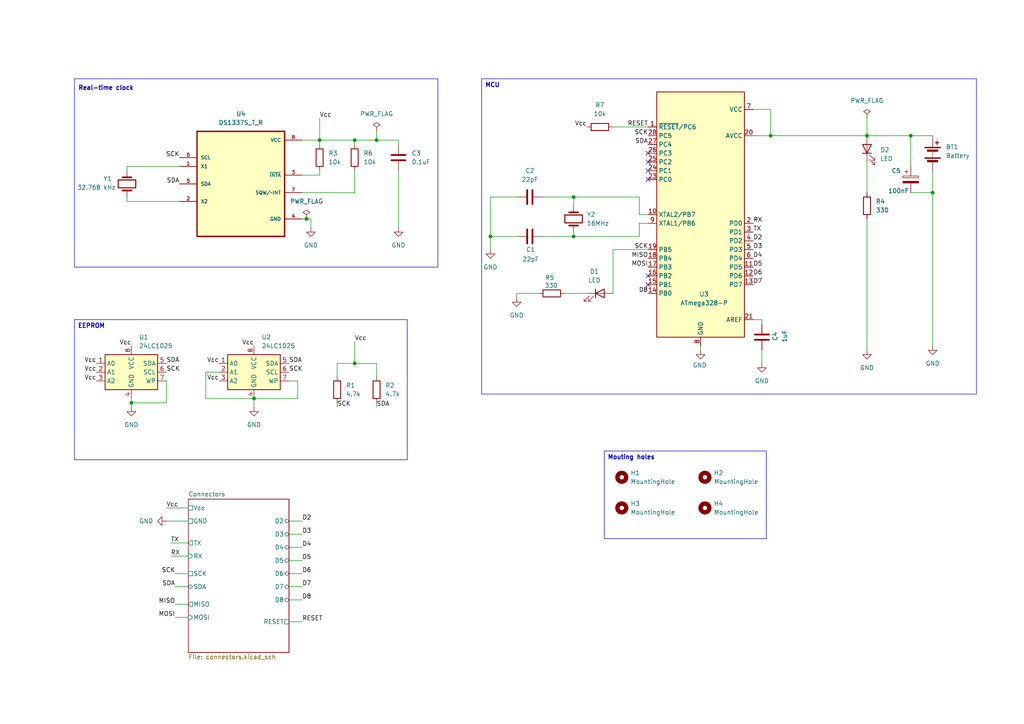
<source format=kicad_sch>
(kicad_sch (version 20231120) (generator "eeschema") (generator_version "8.0")
  (paper "A4")
  (lib_symbols
    (symbol "DS1337S_T_R:DS1337S_T_R" (pin_names (offset 1.016))
      (property "Reference" "U4" (at 0 20.32 0))
      (property "Value" "DS1337S_T_R" (at 0 17.78 0))
      (symbol "DS1337S_T_R_0_0"
        (rectangle (start -12.7 15.24) (end 12.7 -15.24) (stroke (width 0.41)) (fill (type background)))
        (pin input line (at -17.78 5.08 0) (length 5.08) (name "X1") (number "1"))
        (pin bidirectional line (at -17.78 -5.08 0) (length 5.08) (name "X2") (number "2"))
        (pin output line (at 17.78 2.54 180) (length 5.08) (name "~{INTA}") (number "3"))
        (pin power_in line (at 17.78 -10.16 180) (length 5.08) (name "GND") (number "4"))
        (pin bidirectional line (at -17.78 0 0) (length 5.08) (name "SDA") (number "5"))
        (pin input line (at -17.78 7.62 0) (length 5.08) (name "SCL") (number "6"))
        (pin output line (at 17.78 -2.54 180) (length 5.08) (name "SQW/~INT") (number "7"))
        (pin power_in line (at 17.78 12.7 180) (length 5.08) (name "VCC") (number "8"))
      )
    )
    (symbol "Device:Battery" (pin_numbers hide) (pin_names (offset 0) hide)
      (property "Reference" "BT" (at 2.54 2.54 0))
      (property "Value" "Battery" (at 2.54 0 0))
      (symbol "Battery_0_1"
        (rectangle (start -2.286 -1.27) (end 2.286 -1.524) (fill (type outline)))
        (rectangle (start -2.286 1.778) (end 2.286 1.524) (fill (type outline)))
        (rectangle (start -1.524 -2.032) (end 1.524 -2.54) (fill (type outline)))
        (rectangle (start -1.524 1.016) (end 1.524 0.508) (fill (type outline)))
        (polyline (pts (xy 0 -1.016) (xy 0 -0.762)))
        (polyline (pts (xy 0 -0.508) (xy 0 -0.254)))
        (polyline (pts (xy 0 0) (xy 0 0.254)))
        (polyline (pts (xy 0 1.778) (xy 0 2.54)))
        (polyline (pts (xy 0.762 3.048) (xy 1.778 3.048)) (stroke (width 0.254)))
        (polyline (pts (xy 1.27 3.556) (xy 1.27 2.54)) (stroke (width 0.254)))
      )
      (symbol "Battery_1_1"
        (pin passive line (at 0 5.08 270) (length 2.54) (name "+") (number "1"))
        (pin passive line (at 0 -5.08 90) (length 2.54) (name "-") (number "2"))
      )
    )
    (symbol "Device:C" (pin_numbers hide) (pin_names (offset 0.254))
      (property "Reference" "C" (at 0.635 2.54 0))
      (property "Value" "C" (at 0.635 -2.54 0))
      (symbol "C_0_1"
        (polyline (pts (xy -2.032 -0.762) (xy 2.032 -0.762)) (stroke (width 0.508)))
        (polyline (pts (xy -2.032 0.762) (xy 2.032 0.762)) (stroke (width 0.508)))
      )
      (symbol "C_1_1"
        (pin passive line (at 0 3.81 270) (length 2.794) (name "~") (number "1"))
        (pin passive line (at 0 -3.81 90) (length 2.794) (name "~") (number "2"))
      )
    )
    (symbol "Device:C_Polarized" (pin_numbers hide) (pin_names (offset 0.254))
      (property "Reference" "C" (at 0.635 2.54 0))
      (property "Value" "C_Polarized" (at 0.635 -2.54 0))
      (symbol "C_Polarized_0_1"
        (rectangle (start -2.286 0.508) (end 2.286 1.016))
        (polyline (pts (xy -1.778 2.286) (xy -0.762 2.286)))
        (polyline (pts (xy -1.27 2.794) (xy -1.27 1.778)))
        (rectangle (start 2.286 -0.508) (end -2.286 -1.016) (fill (type outline)))
      )
      (symbol "C_Polarized_1_1"
        (pin passive line (at 0 3.81 270) (length 2.794) (name "~") (number "1"))
        (pin passive line (at 0 -3.81 90) (length 2.794) (name "~") (number "2"))
      )
    )
    (symbol "Device:Crystal" (pin_numbers hide) (pin_names (offset 1.016) hide)
      (property "Reference" "Y" (at 0 3.81 0))
      (property "Value" "Crystal" (at 0 -3.81 0))
      (symbol "Crystal_0_1"
        (rectangle (start -1.143 2.54) (end 1.143 -2.54) (stroke (width 0.3048)))
        (polyline (pts (xy -2.54 0) (xy -1.905 0)))
        (polyline (pts (xy -1.905 -1.27) (xy -1.905 1.27)) (stroke (width 0.508)))
        (polyline (pts (xy 1.905 -1.27) (xy 1.905 1.27)) (stroke (width 0.508)))
        (polyline (pts (xy 2.54 0) (xy 1.905 0)))
      )
      (symbol "Crystal_1_1"
        (pin passive line (at -3.81 0 0) (length 1.27) (name "1") (number "1"))
        (pin passive line (at 3.81 0 180) (length 1.27) (name "2") (number "2"))
      )
    )
    (symbol "Device:LED" (pin_numbers hide) (pin_names (offset 1.016) hide)
      (property "Reference" "D" (at 0 2.54 0))
      (property "Value" "LED" (at 0 -2.54 0))
      (symbol "LED_0_1"
        (polyline (pts (xy -1.27 -1.27) (xy -1.27 1.27)) (stroke (width 0.254)))
        (polyline (pts (xy -1.27 0) (xy 1.27 0)))
        (polyline (pts (xy 1.27 -1.27) (xy 1.27 1.27) (xy -1.27 0) (xy 1.27 -1.27)) (stroke (width 0.254)))
        (polyline (pts (xy -3.048 -0.762) (xy -4.572 -2.286) (xy -3.81 -2.286) (xy -4.572 -2.286) (xy -4.572 -1.524)))
        (polyline (pts (xy -1.778 -0.762) (xy -3.302 -2.286) (xy -2.54 -2.286) (xy -3.302 -2.286) (xy -3.302 -1.524)))
      )
      (symbol "LED_1_1"
        (pin passive line (at -3.81 0 0) (length 2.54) (name "K") (number "1"))
        (pin passive line (at 3.81 0 180) (length 2.54) (name "A") (number "2"))
      )
    )
    (symbol "Device:R" (pin_numbers hide) (pin_names (offset 0))
      (property "Reference" "R" (at 2.032 0 90))
      (property "Value" "R" (at 0 0 90))
      (symbol "R_0_1"
        (rectangle (start -1.016 -2.54) (end 1.016 2.54) (stroke (width 0.254)))
      )
      (symbol "R_1_1"
        (pin passive line (at 0 3.81 270) (length 1.27) (name "~") (number "1"))
        (pin passive line (at 0 -3.81 90) (length 1.27) (name "~") (number "2"))
      )
    )
    (symbol "MCU_Microchip_ATmega:ATmega328-P"
      (property "Reference" "U3" (at -1.016 23.114 0))
      (property "Value" "ATmega328-P" (at -1.016 25.654 0))
      (symbol "ATmega328-P_0_1"
        (rectangle (start -12.7 35.56) (end 12.7 -35.56) (stroke (width 0.254)) (fill (type background)))
      )
      (symbol "ATmega328-P_1_1"
        (pin bidirectional line (at 15.24 -25.4 180) (length 2.54) (name "~{RESET}/PC6") (number "1"))
        (pin bidirectional line (at 15.24 0 180) (length 2.54) (name "XTAL2/PB7") (number "10"))
        (pin bidirectional line (at -15.24 15.24 0) (length 2.54) (name "PD5") (number "11"))
        (pin bidirectional line (at -15.24 17.78 0) (length 2.54) (name "PD6") (number "12"))
        (pin bidirectional line (at -15.24 20.32 0) (length 2.54) (name "PD7") (number "13"))
        (pin bidirectional line (at 15.24 22.86 180) (length 2.54) (name "PB0") (number "14"))
        (pin bidirectional line (at 15.24 20.32 180) (length 2.54) (name "PB1") (number "15"))
        (pin bidirectional line (at 15.24 17.78 180) (length 2.54) (name "PB2") (number "16"))
        (pin bidirectional line (at 15.24 15.24 180) (length 2.54) (name "PB3") (number "17"))
        (pin bidirectional line (at 15.24 12.7 180) (length 2.54) (name "PB4") (number "18"))
        (pin bidirectional line (at 15.24 10.16 180) (length 2.54) (name "PB5") (number "19"))
        (pin bidirectional line (at -15.24 2.54 0) (length 2.54) (name "PD0") (number "2"))
        (pin power_in line (at -15.24 -22.86 0) (length 2.54) (name "AVCC") (number "20"))
        (pin passive line (at -15.24 30.48 0) (length 2.54) (name "AREF") (number "21"))
        (pin passive line (at 0 38.1 270) (length 2.54) hide (name "GND") (number "22"))
        (pin bidirectional line (at 15.24 -10.16 180) (length 2.54) (name "PC0") (number "23"))
        (pin bidirectional line (at 15.24 -12.7 180) (length 2.54) (name "PC1") (number "24"))
        (pin bidirectional line (at 15.24 -15.24 180) (length 2.54) (name "PC2") (number "25"))
        (pin bidirectional line (at 15.24 -17.78 180) (length 2.54) (name "PC3") (number "26"))
        (pin bidirectional line (at 15.24 -20.32 180) (length 2.54) (name "PC4") (number "27"))
        (pin bidirectional line (at 15.24 -22.86 180) (length 2.54) (name "PC5") (number "28"))
        (pin bidirectional line (at -15.24 5.08 0) (length 2.54) (name "PD1") (number "3"))
        (pin bidirectional line (at -15.24 7.62 0) (length 2.54) (name "PD2") (number "4"))
        (pin bidirectional line (at -15.24 10.16 0) (length 2.54) (name "PD3") (number "5"))
        (pin bidirectional line (at -15.24 12.7 0) (length 2.54) (name "PD4") (number "6"))
        (pin power_in line (at -15.24 -30.48 0) (length 2.54) (name "VCC") (number "7"))
        (pin power_in line (at 0 38.1 270) (length 2.54) (name "GND") (number "8"))
        (pin bidirectional line (at 15.24 2.54 180) (length 2.54) (name "XTAL1/PB6") (number "9"))
      )
    )
    (symbol "Mechanical:MountingHole" (pin_names (offset 1.016)) (exclude_from_sim yes) (in_bom no)
      (property "Reference" "H" (at 0 5.08 0))
      (property "Value" "MountingHole" (at 0 3.175 0))
      (symbol "MountingHole_0_1"
        (circle (center 0 0) (radius 1.27) (stroke (width 1.27)))
      )
    )
    (symbol "Memory_EEPROM:24LC1025"
      (property "Reference" "U" (at -6.35 6.35 0))
      (property "Value" "24LC1025" (at 1.27 6.35 0))
      (symbol "24LC1025_1_1"
        (rectangle (start -7.62 5.08) (end 7.62 -5.08) (stroke (width 0.254)) (fill (type background)))
        (pin input line (at -10.16 2.54 0) (length 2.54) (name "A0") (number "1"))
        (pin input line (at -10.16 0 0) (length 2.54) (name "A1") (number "2"))
        (pin input line (at -10.16 -2.54 0) (length 2.54) (name "A2") (number "3"))
        (pin power_in line (at 0 -7.62 90) (length 2.54) (name "GND") (number "4"))
        (pin bidirectional line (at 10.16 2.54 180) (length 2.54) (name "SDA") (number "5"))
        (pin input line (at 10.16 0 180) (length 2.54) (name "SCL") (number "6"))
        (pin input line (at 10.16 -2.54 180) (length 2.54) (name "WP") (number "7"))
        (pin power_in line (at 0 7.62 270) (length 2.54) (name "VCC") (number "8"))
      )
    )
    (symbol "power:GND" (power) (pin_numbers hide) (pin_names (offset 0) hide)
      (property "Value" "GND" (at 0 -3.81 0))
      (symbol "GND_0_1"
        (polyline (pts (xy 0 0) (xy 0 -1.27) (xy 1.27 -1.27) (xy 0 -2.54) (xy -1.27 -1.27) (xy 0 -1.27)))
      )
      (symbol "GND_1_1"
        (pin power_in line (at 0 0 270) (length 0) (name "~") (number "1"))
      )
    )
    (symbol "power:PWR_FLAG" (power) (pin_numbers hide) (pin_names (offset 0) hide)
      (property "Value" "PWR_FLAG" (at 0 3.81 0))
      (symbol "PWR_FLAG_0_0"
        (pin power_out line (at 0 0 90) (length 0) (name "~") (number "1"))
      )
      (symbol "PWR_FLAG_0_1"
        (polyline (pts (xy 0 0) (xy 0 1.27) (xy -1.016 1.905) (xy 0 2.54) (xy 1.016 1.905) (xy 0 1.27)))
      )
    )
  )
  (junction (at 166.37 68.58))
  (junction (at 251.46 39.37))
  (junction (at 166.37 57.15))
  (junction (at 102.87 105.41))
  (junction (at 142.24 68.58))
  (junction (at 38.1 116.84))
  (junction (at 88.9 63.5))
  (junction (at 223.52 39.37))
  (junction (at 102.87 40.64))
  (junction (at 109.22 40.64))
  (junction (at 92.71 40.64))
  (junction (at 270.51 55.88))
  (junction (at 264.16 39.37))
  (junction (at 73.66 115.57))
  (no_connect (at 187.96 46.99))
  (no_connect (at 187.96 44.45))
  (no_connect (at 187.96 49.53))
  (no_connect (at 187.96 82.55))
  (no_connect (at 187.96 80.01))
  (no_connect (at 187.96 52.07))
  (wire (pts (xy 87.63 40.64) (xy 92.71 40.64)))
  (wire (pts (xy 109.22 38.1) (xy 109.22 40.64)))
  (wire (pts (xy 115.57 49.53) (xy 115.57 66.04)))
  (wire (pts (xy 264.16 39.37) (xy 251.46 39.37)))
  (wire (pts (xy 102.87 41.91) (xy 102.87 40.64)))
  (wire (pts (xy 142.24 72.39) (xy 142.24 68.58)))
  (wire (pts (xy 251.46 63.5) (xy 251.46 101.6)))
  (wire (pts (xy 83.82 166.37) (xy 87.63 166.37)))
  (wire (pts (xy 166.37 67.31) (xy 166.37 68.58)))
  (wire (pts (xy 86.36 110.49) (xy 86.36 115.57)))
  (wire (pts (xy 88.9 63.5) (xy 90.17 63.5)))
  (wire (pts (xy 251.46 34.29) (xy 251.46 39.37)))
  (wire (pts (xy 166.37 59.69) (xy 166.37 57.15)))
  (wire (pts (xy 50.8 170.18) (xy 54.61 170.18)))
  (wire (pts (xy 50.8 175.26) (xy 54.61 175.26)))
  (wire (pts (xy 156.21 85.09) (xy 149.86 85.09)))
  (wire (pts (xy 50.8 166.37) (xy 54.61 166.37)))
  (wire (pts (xy 83.82 154.94) (xy 87.63 154.94)))
  (wire (pts (xy 203.2 100.33) (xy 203.2 101.6)))
  (wire (pts (xy 48.26 116.84) (xy 38.1 116.84)))
  (wire (pts (xy 36.83 58.42) (xy 52.07 58.42)))
  (wire (pts (xy 251.46 46.99) (xy 251.46 55.88)))
  (wire (pts (xy 59.69 115.57) (xy 73.66 115.57)))
  (wire (pts (xy 270.51 55.88) (xy 270.51 100.33)))
  (wire (pts (xy 220.98 92.71) (xy 220.98 93.98)))
  (wire (pts (xy 36.83 49.53) (xy 36.83 48.26)))
  (wire (pts (xy 223.52 39.37) (xy 251.46 39.37)))
  (wire (pts (xy 83.82 110.49) (xy 86.36 110.49)))
  (wire (pts (xy 142.24 57.15) (xy 142.24 68.58)))
  (wire (pts (xy 86.36 115.57) (xy 73.66 115.57)))
  (wire (pts (xy 185.42 68.58) (xy 185.42 64.77)))
  (wire (pts (xy 149.86 85.09) (xy 149.86 86.36)))
  (wire (pts (xy 38.1 116.84) (xy 38.1 118.11)))
  (wire (pts (xy 87.63 50.8) (xy 92.71 50.8)))
  (wire (pts (xy 36.83 57.15) (xy 36.83 58.42)))
  (wire (pts (xy 157.48 68.58) (xy 166.37 68.58)))
  (wire (pts (xy 83.82 162.56) (xy 87.63 162.56)))
  (wire (pts (xy 102.87 99.06) (xy 102.87 105.41)))
  (wire (pts (xy 109.22 105.41) (xy 109.22 109.22)))
  (wire (pts (xy 185.42 57.15) (xy 185.42 62.23)))
  (wire (pts (xy 97.79 118.11) (xy 97.79 116.84)))
  (wire (pts (xy 97.79 105.41) (xy 102.87 105.41)))
  (wire (pts (xy 90.17 63.5) (xy 90.17 66.04)))
  (wire (pts (xy 177.8 85.09) (xy 177.8 72.39)))
  (wire (pts (xy 59.69 107.95) (xy 59.69 115.57)))
  (wire (pts (xy 83.82 158.75) (xy 87.63 158.75)))
  (wire (pts (xy 218.44 31.75) (xy 223.52 31.75)))
  (wire (pts (xy 177.8 36.83) (xy 187.96 36.83)))
  (wire (pts (xy 185.42 64.77) (xy 187.96 64.77)))
  (wire (pts (xy 170.18 85.09) (xy 163.83 85.09)))
  (wire (pts (xy 264.16 48.26) (xy 264.16 39.37)))
  (wire (pts (xy 223.52 31.75) (xy 223.52 39.37)))
  (wire (pts (xy 83.82 151.13) (xy 87.63 151.13)))
  (wire (pts (xy 83.82 180.34) (xy 87.63 180.34)))
  (wire (pts (xy 49.53 157.48) (xy 54.61 157.48)))
  (wire (pts (xy 115.57 41.91) (xy 115.57 40.64)))
  (wire (pts (xy 166.37 57.15) (xy 185.42 57.15)))
  (wire (pts (xy 270.51 39.37) (xy 264.16 39.37)))
  (wire (pts (xy 38.1 115.57) (xy 38.1 116.84)))
  (wire (pts (xy 102.87 105.41) (xy 109.22 105.41)))
  (wire (pts (xy 157.48 57.15) (xy 166.37 57.15)))
  (wire (pts (xy 97.79 109.22) (xy 97.79 105.41)))
  (wire (pts (xy 92.71 41.91) (xy 92.71 40.64)))
  (wire (pts (xy 48.26 151.13) (xy 54.61 151.13)))
  (wire (pts (xy 102.87 49.53) (xy 102.87 55.88)))
  (wire (pts (xy 149.86 57.15) (xy 142.24 57.15)))
  (wire (pts (xy 166.37 68.58) (xy 185.42 68.58)))
  (wire (pts (xy 48.26 147.32) (xy 54.61 147.32)))
  (wire (pts (xy 177.8 72.39) (xy 187.96 72.39)))
  (wire (pts (xy 92.71 40.64) (xy 102.87 40.64)))
  (wire (pts (xy 92.71 50.8) (xy 92.71 49.53)))
  (wire (pts (xy 87.63 63.5) (xy 88.9 63.5)))
  (wire (pts (xy 63.5 107.95) (xy 59.69 107.95)))
  (wire (pts (xy 50.8 179.07) (xy 54.61 179.07)))
  (wire (pts (xy 218.44 39.37) (xy 223.52 39.37)))
  (wire (pts (xy 48.26 110.49) (xy 48.26 116.84)))
  (wire (pts (xy 270.51 49.53) (xy 270.51 55.88)))
  (wire (pts (xy 92.71 34.29) (xy 92.71 40.64)))
  (wire (pts (xy 185.42 62.23) (xy 187.96 62.23)))
  (wire (pts (xy 73.66 118.11) (xy 73.66 115.57)))
  (wire (pts (xy 109.22 40.64) (xy 115.57 40.64)))
  (wire (pts (xy 264.16 55.88) (xy 270.51 55.88)))
  (wire (pts (xy 109.22 118.11) (xy 109.22 116.84)))
  (wire (pts (xy 83.82 170.18) (xy 87.63 170.18)))
  (wire (pts (xy 218.44 92.71) (xy 220.98 92.71)))
  (wire (pts (xy 83.82 173.99) (xy 87.63 173.99)))
  (wire (pts (xy 142.24 68.58) (xy 149.86 68.58)))
  (wire (pts (xy 102.87 55.88) (xy 87.63 55.88)))
  (wire (pts (xy 36.83 48.26) (xy 52.07 48.26)))
  (wire (pts (xy 220.98 101.6) (xy 220.98 105.41)))
  (wire (pts (xy 49.53 161.29) (xy 54.61 161.29)))
  (wire (pts (xy 102.87 40.64) (xy 109.22 40.64)))
  (rectangle (start 21.59 22.86) (end 127 77.47))
  (text_box "Mouting holes" (at 175.26 130.81 0) (size 46.99 25.4) (effects (font (size 1.27 1.27) (bold yes)) (justify left top)))
  (text_box "MCU" (at 139.7 22.86 0) (size 143.51 91.44) (effects (font (size 1.27 1.27) (thickness 0.254) (bold yes)) (justify left top)))
  (text_box "EEPROM" (at 21.59 92.71 0) (size 96.52 40.64) (effects (font (size 1.27 1.27) (bold yes)) (justify left top)))
  (text "Real-time clock\n" (at 30.734 25.654 0) (effects (font (size 1.27 1.27) (thickness 0.254) (bold yes))))
  (label "D7" (at 87.63 170.18 0))
  (label "SCK" (at 83.82 107.95 0))
  (label "D5" (at 218.44 77.47 0))
  (label "RX" (at 218.44 64.77 0))
  (label "Vcc" (at 92.71 34.29 0))
  (label "TX" (at 49.53 157.48 0))
  (label "MOSI" (at 187.96 77.47 180))
  (label "D6" (at 87.63 166.37 0))
  (label "D2" (at 87.63 151.13 0))
  (label "Vcc" (at 63.5 110.49 180))
  (label "SDA" (at 52.07 53.34 180))
  (label "SCK" (at 52.07 45.72 180))
  (label "Vcc" (at 102.87 99.06 0))
  (label "Vcc" (at 63.5 105.41 180))
  (label "SDA" (at 48.26 105.41 0))
  (label "Vcc" (at 170.18 36.83 180))
  (label "Vcc" (at 48.26 147.32 0))
  (label "MOSI" (at 50.8 179.07 180))
  (label "D3" (at 218.44 72.39 0))
  (label "SCK" (at 97.79 118.11 0))
  (label "D7" (at 218.44 82.55 0))
  (label "MISO" (at 50.8 175.26 180))
  (label "SDA" (at 187.96 41.91 180))
  (label "Vcc" (at 38.1 100.33 180))
  (label "RESET" (at 187.96 36.83 180))
  (label "D8" (at 87.63 173.99 0))
  (label "SCK" (at 48.26 107.95 0))
  (label "D8" (at 187.96 85.09 180))
  (label "SDA" (at 83.82 105.41 0))
  (label "Vcc" (at 27.94 110.49 180))
  (label "SDA" (at 109.22 118.11 0))
  (label "SDA" (at 50.8 170.18 180))
  (label "Vcc" (at 27.94 105.41 180))
  (label "TX" (at 218.44 67.31 0))
  (label "SCK" (at 187.96 39.37 180))
  (label "RESET" (at 87.63 180.34 0))
  (label "SCK" (at 187.96 72.39 180))
  (label "D3" (at 87.63 154.94 0))
  (label "D5" (at 87.63 162.56 0))
  (label "MISO" (at 187.96 74.93 180))
  (label "D6" (at 218.44 80.01 0))
  (label "Vcc" (at 27.94 107.95 180))
  (label "D4" (at 218.44 74.93 0))
  (label "D2" (at 218.44 69.85 0))
  (label "D4" (at 87.63 158.75 0))
  (label "RX" (at 49.53 161.29 0))
  (label "Vcc" (at 73.66 100.33 180))
  (label "SCK" (at 50.8 166.37 180))
  (symbol (lib_id "Device:Crystal") (at 36.83 53.34 270) (unit 1)
    (property "Reference" "Y1" (at 29.972 51.816 90) (effects (justify left)))
    (property "Value" "32.768 kHz" (at 22.352 54.356 90) (effects (justify left)))
    (property "Footprint" "Crystal:Crystal_SMD_0603-2Pin_6.0x3.5mm_HandSoldering" (effects (hide yes)))
    (property "Description" "Two pin crystal" (effects (hide yes)))
  )
  (symbol (lib_id "Device:LED") (at 173.99 85.09 0) (unit 1)
    (property "Reference" "D1" (at 172.4025 78.74 0))
    (property "Value" "LED" (at 172.4025 81.28 0))
    (property "Footprint" "LED_SMD:LED_0805_2012Metric" (effects (hide yes)))
    (property "Description" "Light emitting diode" (effects (hide yes)))
  )
  (symbol (lib_id "Device:R") (at 97.79 113.03 0) (unit 1)
    (property "Reference" "R1" (at 100.33 111.7599 0) (effects (justify left)))
    (property "Value" "4.7k" (at 100.33 114.2999 0) (effects (justify left)))
    (property "Footprint" "Resistor_SMD:R_0805_2012Metric" (effects (hide yes)))
    (property "Description" "Resistor" (effects (hide yes)))
  )
  (symbol (lib_id "Device:C") (at 153.67 68.58 90) (unit 1)
    (property "Reference" "C1" (at 153.924 72.39 90))
    (property "Value" "22pF" (at 153.924 75.184 90))
    (property "Footprint" "Capacitor_SMD:C_0805_2012Metric" (effects (hide yes)))
    (property "Description" "Unpolarized capacitor" (effects (hide yes)))
  )
  (symbol (lib_id "power:GND") (at 142.24 72.39 0) (unit 1)
    (property "Reference" "#PWR07" (effects (hide yes)))
    (property "Value" "GND" (at 142.24 77.47 0))
    (property "Description" "Power symbol creates a global label with name \"GND\" , ground" (effects (hide yes)))
  )
  (symbol (lib_id "Memory_EEPROM:24LC1025") (at 38.1 107.95 0) (unit 1)
    (property "Reference" "U1" (at 40.2941 97.79 0) (effects (justify left)))
    (property "Value" "24LC1025" (at 40.2941 100.33 0) (effects (justify left)))
    (property "Footprint" "Package_SO:SOIC-8_5.23x5.23mm_P1.27mm" (effects (hide yes)))
    (property "Datasheet" "http://ww1.microchip.com/downloads/en/DeviceDoc/21941B.pdf" (effects (hide yes)))
    (property "Description" "I2C Serial EEPROM, 1024Kb, DIP-8/SOIC-8/TSSOP-8/DFN-8" (effects (hide yes)))
  )
  (symbol (lib_id "Mechanical:MountingHole") (at 204.47 138.43 0) (unit 1) (exclude_from_sim yes) (in_bom no)
    (property "Reference" "H2" (at 207.01 137.1599 0) (effects (justify left)))
    (property "Value" "MountingHole" (at 207.01 139.6999 0) (effects (justify left)))
    (property "Footprint" "MountingHole:MountingHole_2.2mm_M2" (effects (hide yes)))
    (property "Description" "Mounting Hole without connection" (effects (hide yes)))
  )
  (symbol (lib_id "Device:LED") (at 251.46 43.18 90) (unit 1)
    (property "Reference" "D2" (at 255.27 43.4974 90) (effects (justify right)))
    (property "Value" "LED" (at 255.27 46.0374 90) (effects (justify right)))
    (property "Footprint" "LED_SMD:LED_0805_2012Metric" (effects (hide yes)))
    (property "Description" "Light emitting diode" (effects (hide yes)))
  )
  (symbol (lib_id "power:GND") (at 251.46 101.6 0) (unit 1)
    (property "Reference" "#PWR06" (effects (hide yes)))
    (property "Value" "GND" (at 251.46 106.68 0))
    (property "Description" "Power symbol creates a global label with name \"GND\" , ground" (effects (hide yes)))
  )
  (symbol (lib_id "Device:C_Polarized") (at 264.16 52.07 0) (unit 1)
    (property "Reference" "C5" (at 258.572 49.53 0) (effects (justify left)))
    (property "Value" "100nF" (at 257.556 55.372 0) (effects (justify left)))
    (property "Footprint" "Capacitor_SMD:C_0805_2012Metric" (effects (hide yes)))
    (property "Description" "Polarized capacitor" (effects (hide yes)))
  )
  (symbol (lib_id "Device:R") (at 160.02 85.09 90) (unit 1)
    (property "Reference" "R5" (at 160.782 80.518 90) (effects (justify left)))
    (property "Value" "330" (at 161.798 82.804 90) (effects (justify left)))
    (property "Footprint" "Resistor_SMD:R_0805_2012Metric" (effects (hide yes)))
    (property "Description" "Resistor" (effects (hide yes)))
  )
  (symbol (lib_id "Device:C") (at 115.57 45.72 0) (unit 1)
    (property "Reference" "C3" (at 119.38 44.4499 0) (effects (justify left)))
    (property "Value" "0.1uF" (at 119.38 46.9899 0) (effects (justify left)))
    (property "Footprint" "Capacitor_SMD:C_0805_2012Metric" (effects (hide yes)))
    (property "Description" "Unpolarized capacitor" (effects (hide yes)))
  )
  (symbol (lib_id "Device:R") (at 102.87 45.72 0) (unit 1)
    (property "Reference" "R6" (at 105.41 44.4499 0) (effects (justify left)))
    (property "Value" "10k" (at 105.41 46.9899 0) (effects (justify left)))
    (property "Footprint" "Resistor_SMD:R_0805_2012Metric" (effects (hide yes)))
    (property "Description" "Resistor" (effects (hide yes)))
  )
  (symbol (lib_id "Device:Crystal") (at 166.37 63.5 90) (unit 1)
    (property "Reference" "Y2" (at 170.18 62.2299 90) (effects (justify right)))
    (property "Value" "16MHz" (at 170.18 64.7699 90) (effects (justify right)))
    (property "Footprint" "Crystal:Crystal_SMD_0603-2Pin_6.0x3.5mm_HandSoldering" (effects (hide yes)))
    (property "Description" "Two pin crystal" (effects (hide yes)))
  )
  (symbol (lib_id "power:PWR_FLAG") (at 109.22 38.1 0) (unit 1)
    (property "Reference" "#FLG02" (effects (hide yes)))
    (property "Value" "PWR_FLAG" (at 109.22 33.02 0))
    (property "Description" "Special symbol for telling ERC where power comes from" (effects (hide yes)))
  )
  (symbol (lib_id "power:GND") (at 90.17 66.04 0) (unit 1)
    (property "Reference" "#PWR02" (effects (hide yes)))
    (property "Value" "GND" (at 90.17 71.12 0))
    (property "Description" "Power symbol creates a global label with name \"GND\" , ground" (effects (hide yes)))
  )
  (symbol (lib_id "power:GND") (at 270.51 100.33 0) (unit 1)
    (property "Reference" "#PWR05" (effects (hide yes)))
    (property "Value" "GND" (at 270.51 105.41 0))
    (property "Description" "Power symbol creates a global label with name \"GND\" , ground" (effects (hide yes)))
  )
  (symbol (lib_id "DS1337S_T_R:DS1337S_T_R") (at 69.85 53.34 0) (unit 1)
    (property "Reference" "U4" (at 69.85 33.02 0))
    (property "Value" "DS1337S_T_R" (at 69.85 35.56 0))
    (property "Footprint" "DS1337S_T_R:SOIC127P600X175-8N" (effects (hide yes)))
    (property "MF" "Analog Devices" (effects (hide yes)))
    (property "Description_1" "\nRTC Clock/Calendar I2C Interface SO8\n" (effects (hide yes)))
    (property "Package" "None" (effects (hide yes)))
    (property "Price" "None" (effects (hide yes)))
    (property "SnapEDA_Link" "https://www.snapeda.com/parts/DS%201337%20S+%20T&R/Analog+Devices/view-part/?ref=snap" (effects (hide yes)))
    (property "MP" "DS 1337 S+ T&amp;R" (effects (hide yes)))
    (property "Purchase-URL" "https://www.snapeda.com/api/url_track_click_mouser/?unipart_id=12560938&manufacturer=Analog Devices&part_name=DS 1337 S+ T&amp;R&search_term=ds 1337 s  t" (effects (hide yes)))
    (property "Availability" "Not in stock" (effects (hide yes)))
    (property "Check_prices" "https://www.snapeda.com/parts/DS%201337%20S+%20T&R/Analog+Devices/view-part/?ref=eda" (effects (hide yes)))
  )
  (symbol (lib_id "Device:R") (at 251.46 59.69 0) (unit 1)
    (property "Reference" "R4" (at 254 58.4199 0) (effects (justify left)))
    (property "Value" "330" (at 254 60.9599 0) (effects (justify left)))
    (property "Footprint" "Resistor_SMD:R_0805_2012Metric" (effects (hide yes)))
    (property "Description" "Resistor" (effects (hide yes)))
  )
  (symbol (lib_id "power:GND") (at 203.2 101.6 0) (unit 1)
    (property "Reference" "#PWR010" (effects (hide yes)))
    (property "Value" "GND" (at 202.946 105.918 0))
    (property "Description" "Power symbol creates a global label with name \"GND\" , ground" (effects (hide yes)))
  )
  (symbol (lib_id "Device:R") (at 92.71 45.72 0) (unit 1)
    (property "Reference" "R3" (at 95.25 44.4499 0) (effects (justify left)))
    (property "Value" "10k" (at 95.25 46.9899 0) (effects (justify left)))
    (property "Footprint" "Resistor_SMD:R_0805_2012Metric" (effects (hide yes)))
    (property "Description" "Resistor" (effects (hide yes)))
  )
  (symbol (lib_id "Device:C") (at 153.67 57.15 90) (unit 1)
    (property "Reference" "C2" (at 153.67 49.53 90))
    (property "Value" "22pF" (at 153.67 52.07 90))
    (property "Footprint" "Capacitor_SMD:C_0805_2012Metric" (effects (hide yes)))
    (property "Description" "Unpolarized capacitor" (effects (hide yes)))
  )
  (symbol (lib_id "power:GND") (at 48.26 151.13 270) (unit 1)
    (property "Reference" "#PWR011" (effects (hide yes)))
    (property "Value" "GND" (at 44.45 151.1299 90) (effects (justify right)))
    (property "Description" "Power symbol creates a global label with name \"GND\" , ground" (effects (hide yes)))
  )
  (symbol (lib_id "Device:R") (at 109.22 113.03 0) (unit 1)
    (property "Reference" "R2" (at 111.76 111.7599 0) (effects (justify left)))
    (property "Value" "4.7k" (at 111.76 114.2999 0) (effects (justify left)))
    (property "Footprint" "Resistor_SMD:R_0805_2012Metric" (effects (hide yes)))
    (property "Description" "Resistor" (effects (hide yes)))
  )
  (symbol (lib_id "power:GND") (at 220.98 105.41 0) (unit 1)
    (property "Reference" "#PWR09" (effects (hide yes)))
    (property "Value" "GND" (at 220.98 110.49 0))
    (property "Description" "Power symbol creates a global label with name \"GND\" , ground" (effects (hide yes)))
  )
  (symbol (lib_id "power:GND") (at 115.57 66.04 0) (unit 1)
    (property "Reference" "#PWR03" (effects (hide yes)))
    (property "Value" "GND" (at 115.57 71.12 0))
    (property "Description" "Power symbol creates a global label with name \"GND\" , ground" (effects (hide yes)))
  )
  (symbol (lib_id "Memory_EEPROM:24LC1025") (at 73.66 107.95 0) (unit 1)
    (property "Reference" "U2" (at 75.8541 97.79 0) (effects (justify left)))
    (property "Value" "24LC1025" (at 75.8541 100.33 0) (effects (justify left)))
    (property "Footprint" "Package_SO:SOIC-8_5.23x5.23mm_P1.27mm" (effects (hide yes)))
    (property "Datasheet" "http://ww1.microchip.com/downloads/en/DeviceDoc/21941B.pdf" (effects (hide yes)))
    (property "Description" "I2C Serial EEPROM, 1024Kb, DIP-8/SOIC-8/TSSOP-8/DFN-8" (effects (hide yes)))
  )
  (symbol (lib_id "Mechanical:MountingHole") (at 180.34 147.32 0) (unit 1) (exclude_from_sim yes) (in_bom no)
    (property "Reference" "H3" (at 182.88 146.0499 0) (effects (justify left)))
    (property "Value" "MountingHole" (at 182.88 148.5899 0) (effects (justify left)))
    (property "Footprint" "MountingHole:MountingHole_2.2mm_M2" (effects (hide yes)))
    (property "Description" "Mounting Hole without connection" (effects (hide yes)))
  )
  (symbol (lib_id "Mechanical:MountingHole") (at 204.47 147.32 0) (unit 1) (exclude_from_sim yes) (in_bom no)
    (property "Reference" "H4" (at 207.01 146.0499 0) (effects (justify left)))
    (property "Value" "MountingHole" (at 207.01 148.5899 0) (effects (justify left)))
    (property "Footprint" "MountingHole:MountingHole_2.2mm_M2" (effects (hide yes)))
    (property "Description" "Mounting Hole without connection" (effects (hide yes)))
  )
  (symbol (lib_id "Device:R") (at 173.99 36.83 90) (unit 1)
    (property "Reference" "R7" (at 173.99 30.48 90))
    (property "Value" "10k" (at 173.99 33.02 90))
    (property "Footprint" "Resistor_SMD:R_0805_2012Metric" (effects (hide yes)))
    (property "Description" "Resistor" (effects (hide yes)))
  )
  (symbol (lib_id "Mechanical:MountingHole") (at 180.34 138.43 0) (unit 1) (exclude_from_sim yes) (in_bom no)
    (property "Reference" "H1" (at 182.88 137.1599 0) (effects (justify left)))
    (property "Value" "MountingHole" (at 182.88 139.6999 0) (effects (justify left)))
    (property "Footprint" "MountingHole:MountingHole_2.2mm_M2" (effects (hide yes)))
    (property "Description" "Mounting Hole without connection" (effects (hide yes)))
  )
  (symbol (lib_id "Device:C") (at 220.98 97.79 180) (unit 1)
    (property "Reference" "C4" (at 224.79 97.536 90))
    (property "Value" "1uF" (at 227.584 97.536 90))
    (property "Footprint" "Capacitor_SMD:C_0805_2012Metric" (effects (hide yes)))
    (property "Description" "Unpolarized capacitor" (effects (hide yes)))
  )
  (symbol (lib_id "power:PWR_FLAG") (at 88.9 63.5 0) (unit 1)
    (property "Reference" "#FLG03" (effects (hide yes)))
    (property "Value" "PWR_FLAG" (at 88.9 58.42 0))
    (property "Description" "Special symbol for telling ERC where power comes from" (effects (hide yes)))
  )
  (symbol (lib_id "power:GND") (at 73.66 118.11 0) (unit 1)
    (property "Reference" "#PWR04" (effects (hide yes)))
    (property "Value" "GND" (at 73.66 123.19 0))
    (property "Description" "Power symbol creates a global label with name \"GND\" , ground" (effects (hide yes)))
  )
  (symbol (lib_id "power:PWR_FLAG") (at 251.46 34.29 0) (unit 1)
    (property "Reference" "#FLG01" (effects (hide yes)))
    (property "Value" "PWR_FLAG" (at 251.46 29.21 0))
    (property "Description" "Special symbol for telling ERC where power comes from" (effects (hide yes)))
  )
  (symbol (lib_id "power:GND") (at 38.1 118.11 0) (unit 1)
    (property "Reference" "#PWR01" (effects (hide yes)))
    (property "Value" "GND" (at 38.1 123.19 0))
    (property "Description" "Power symbol creates a global label with name \"GND\" , ground" (effects (hide yes)))
  )
  (symbol (lib_id "MCU_Microchip_ATmega:ATmega328-P") (at 203.2 62.23 180) (unit 1)
    (property "Reference" "U3" (at 204.216 85.344 0))
    (property "Value" "ATmega328-P" (at 204.216 87.884 0))
    (property "Footprint" "Package_DIP:DIP-28_W7.62mm" (effects (hide yes)))
    (property "Datasheet" "http://ww1.microchip.com/downloads/en/DeviceDoc/ATmega328_P%20AVR%20MCU%20with%20picoPower%20Technology%20Data%20Sheet%2040001984A.pdf" (effects (hide yes)))
    (property "Description" "20MHz, 32kB Flash, 2kB SRAM, 1kB EEPROM, DIP-28" (effects (hide yes)))
  )
  (symbol (lib_id "Device:Battery") (at 270.51 44.45 0) (unit 1)
    (property "Reference" "BT1" (at 274.32 42.6084 0) (effects (justify left)))
    (property "Value" "Battery" (at 274.32 45.1484 0) (effects (justify left)))
    (property "Footprint" "Connector_PinHeader_2.54mm:PinHeader_1x02_P2.54mm_Vertical" (effects (hide yes)))
    (property "Description" "Multiple-cell battery" (effects (hide yes)))
  )
  (symbol (lib_id "power:GND") (at 149.86 86.36 0) (unit 1)
    (property "Reference" "#PWR08" (effects (hide yes)))
    (property "Value" "GND" (at 149.86 91.44 0))
    (property "Description" "Power symbol creates a global label with name \"GND\" , ground" (effects (hide yes)))
  )
  (sheet (at 54.61 144.78) (size 29.21 44.45) (stroke (width 0.1524))
    (property "Sheetname" "Connectors" (at 54.61 144.0684 0) (effects (justify left bottom)))
    (property "Sheetfile" "connectors.kicad_sch" (at 54.61 189.8146 0) (effects (justify left top)))
    (pin "GND" passive (at 54.61 151.13 180))
    (pin "TX" output (at 54.61 157.48 180))
    (pin "Vcc" passive (at 54.61 147.32 180))
    (pin "RX" input (at 54.61 161.29 180))
    (pin "SCK" passive (at 54.61 166.37 180))
    (pin "SDA" bidirectional (at 54.61 170.18 180))
    (pin "D4" bidirectional (at 83.82 158.75 0))
    (pin "D3" bidirectional (at 83.82 154.94 0))
    (pin "D5" bidirectional (at 83.82 162.56 0))
    (pin "D2" bidirectional (at 83.82 151.13 0))
    (pin "D6" bidirectional (at 83.82 166.37 0))
    (pin "D7" bidirectional (at 83.82 170.18 0))
    (pin "D8" bidirectional (at 83.82 173.99 0))
    (pin "MISO" output (at 54.61 175.26 180))
    (pin "MOSI" input (at 54.61 179.07 180))
    (pin "RESET" passive (at 83.82 180.34 0))
  )
)
</source>
